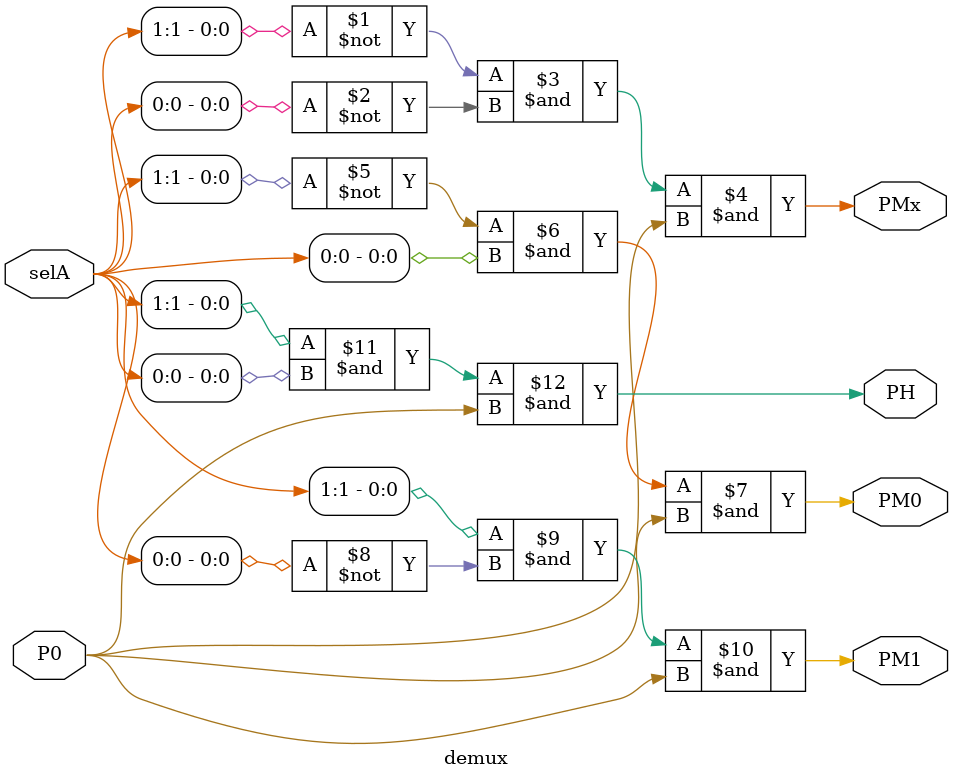
<source format=v>


module demux(
input P0,
input [1:0]selA,
output  PMx,
output  PM0,
output  PM1,
output  PH
);

//and U0(PMx,~selA[1],~selA[0],P0);
//and U1(PM0,~selA[1], selA[0],P0);
//and U2(PM1, selA[1],~selA[0],P0);
//and U3(PH,  selA[1], selA[0],P0);

assign PMx = (~selA[1]&~selA[0]&P0);
assign PM0 = (~selA[1]& selA[0]&P0);
assign PM1 = ( selA[1]&~selA[0]&P0);
assign PH  = ( selA[1]& selA[0]&P0);

endmodule




</source>
